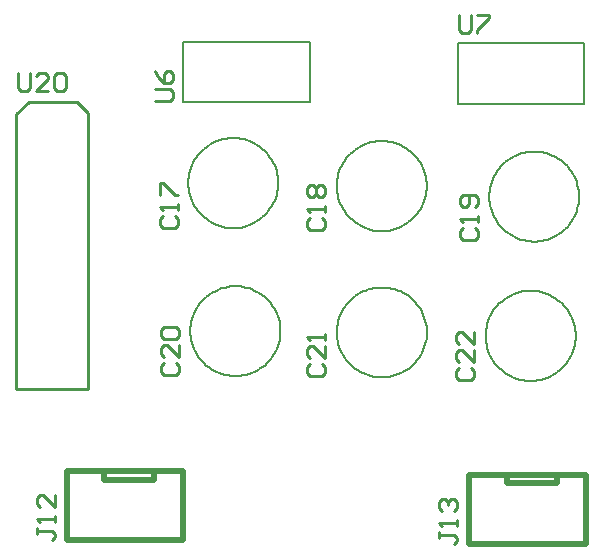
<source format=gto>
%FSTAX23Y23*%
%MOIN*%
%SFA1B1*%

%IPPOS*%
%ADD10C,0.007870*%
%ADD11C,0.010000*%
%ADD12C,0.019680*%
%LNpwrsup-1*%
%LPD*%
G54D10*
X03311Y03364D02*
X03311Y03374D01*
X0331Y03384*
X03308Y03394*
X03306Y03403*
X03303Y03413*
X03299Y03422*
X03295Y03431*
X0329Y0344*
X03285Y03449*
X03279Y03457*
X03272Y03464*
X03265Y03472*
X03258Y03478*
X0325Y03484*
X03242Y0349*
X03233Y03495*
X03224Y035*
X03215Y03504*
X03205Y03507*
X03196Y0351*
X03186Y03512*
X03176Y03513*
X03166Y03514*
X03156*
X03146Y03513*
X03136Y03512*
X03126Y0351*
X03116Y03507*
X03107Y03504*
X03098Y035*
X03089Y03495*
X0308Y0349*
X03072Y03484*
X03064Y03478*
X03057Y03472*
X0305Y03464*
X03043Y03457*
X03037Y03449*
X03032Y0344*
X03027Y03431*
X03023Y03422*
X03019Y03413*
X03016Y03403*
X03014Y03394*
X03012Y03384*
X03011Y03374*
X03011Y03364*
X03011Y03354*
X03012Y03344*
X03014Y03334*
X03016Y03324*
X03019Y03314*
X03023Y03305*
X03027Y03296*
X03032Y03287*
X03037Y03279*
X03043Y03271*
X0305Y03263*
X03057Y03256*
X03064Y03249*
X03072Y03243*
X0308Y03237*
X03089Y03232*
X03098Y03228*
X03107Y03224*
X03116Y0322*
X03126Y03218*
X03136Y03216*
X03146Y03214*
X03156Y03214*
X03166*
X03176Y03214*
X03186Y03216*
X03196Y03218*
X03205Y0322*
X03215Y03224*
X03224Y03228*
X03233Y03232*
X03242Y03237*
X0325Y03243*
X03258Y03249*
X03265Y03256*
X03272Y03263*
X03279Y03271*
X03285Y03279*
X0329Y03287*
X03295Y03296*
X03299Y03305*
X03303Y03314*
X03306Y03324*
X03308Y03334*
X0331Y03344*
X03311Y03354*
X03311Y03364*
X02815Y03375D02*
X02815Y03386D01*
X02814Y03395*
X02812Y03405*
X0281Y03415*
X02807Y03425*
X02803Y03434*
X02799Y03443*
X02794Y03452*
X02789Y0346*
X02783Y03468*
X02776Y03476*
X02769Y03483*
X02762Y0349*
X02754Y03496*
X02746Y03502*
X02737Y03507*
X02728Y03512*
X02719Y03515*
X02709Y03519*
X027Y03521*
X0269Y03523*
X0268Y03525*
X0267Y03525*
X0266*
X0265Y03525*
X0264Y03523*
X0263Y03521*
X0262Y03519*
X02611Y03515*
X02602Y03512*
X02593Y03507*
X02584Y03502*
X02576Y03496*
X02568Y0349*
X02561Y03483*
X02554Y03476*
X02547Y03468*
X02541Y0346*
X02536Y03452*
X02531Y03443*
X02527Y03434*
X02523Y03425*
X0252Y03415*
X02518Y03405*
X02516Y03395*
X02515Y03386*
X02515Y03375*
X02515Y03365*
X02516Y03355*
X02518Y03346*
X0252Y03336*
X02523Y03326*
X02527Y03317*
X02531Y03308*
X02536Y03299*
X02541Y03291*
X02547Y03283*
X02554Y03275*
X02561Y03268*
X02568Y03261*
X02576Y03255*
X02584Y03249*
X02593Y03244*
X02602Y03239*
X02611Y03236*
X0262Y03232*
X0263Y0323*
X0264Y03228*
X0265Y03226*
X0266Y03226*
X0267*
X0268Y03226*
X0269Y03228*
X027Y0323*
X02709Y03232*
X02719Y03236*
X02728Y03239*
X02737Y03244*
X02746Y03249*
X02754Y03255*
X02762Y03261*
X02769Y03268*
X02776Y03275*
X02783Y03283*
X02789Y03291*
X02794Y03299*
X02799Y03308*
X02803Y03317*
X02807Y03326*
X0281Y03336*
X02812Y03346*
X02814Y03355*
X02815Y03365*
X02815Y03375*
X02327Y03379D02*
X02326Y03389D01*
X02325Y03399*
X02324Y03409*
X02321Y03419*
X02318Y03429*
X02315Y03438*
X02311Y03447*
X02306Y03456*
X023Y03464*
X02294Y03472*
X02288Y0348*
X02281Y03487*
X02274Y03494*
X02266Y035*
X02257Y03506*
X02249Y03511*
X0224Y03515*
X02231Y03519*
X02221Y03523*
X02211Y03525*
X02202Y03527*
X02192Y03529*
X02182Y03529*
X02172*
X02162Y03529*
X02152Y03527*
X02142Y03525*
X02132Y03523*
X02123Y03519*
X02114Y03515*
X02105Y03511*
X02096Y03506*
X02088Y035*
X0208Y03494*
X02072Y03487*
X02065Y0348*
X02059Y03472*
X02053Y03464*
X02048Y03456*
X02043Y03447*
X02039Y03438*
X02035Y03429*
X02032Y03419*
X0203Y03409*
X02028Y03399*
X02027Y03389*
X02027Y03379*
X02027Y03369*
X02028Y03359*
X0203Y0335*
X02032Y0334*
X02035Y0333*
X02039Y03321*
X02043Y03312*
X02048Y03303*
X02053Y03295*
X02059Y03286*
X02065Y03279*
X02072Y03272*
X0208Y03265*
X02088Y03259*
X02096Y03253*
X02105Y03248*
X02114Y03243*
X02123Y03239*
X02132Y03236*
X02142Y03234*
X02152Y03232*
X02162Y0323*
X02172Y0323*
X02182*
X02192Y0323*
X02202Y03232*
X02211Y03234*
X02221Y03236*
X02231Y03239*
X0224Y03243*
X02249Y03248*
X02257Y03253*
X02266Y03259*
X02274Y03265*
X02281Y03272*
X02288Y03279*
X02294Y03286*
X023Y03295*
X02306Y03303*
X02311Y03312*
X02315Y03321*
X02318Y0333*
X02321Y0334*
X02324Y0335*
X02325Y03359*
X02326Y03369*
X02327Y03379*
X03323Y03828D02*
X03322Y03838D01*
X03321Y03848*
X0332Y03858*
X03317Y03868*
X03314Y03877*
X03311Y03887*
X03307Y03896*
X03302Y03905*
X03296Y03913*
X0329Y03921*
X03284Y03929*
X03277Y03936*
X0327Y03943*
X03262Y03949*
X03253Y03955*
X03245Y0396*
X03236Y03964*
X03227Y03968*
X03217Y03972*
X03208Y03974*
X03198Y03976*
X03188Y03977*
X03178Y03978*
X03168*
X03158Y03977*
X03148Y03976*
X03138Y03974*
X03128Y03972*
X03119Y03968*
X0311Y03964*
X03101Y0396*
X03092Y03955*
X03084Y03949*
X03076Y03943*
X03068Y03936*
X03061Y03929*
X03055Y03921*
X03049Y03913*
X03044Y03905*
X03039Y03896*
X03035Y03887*
X03031Y03877*
X03028Y03868*
X03026Y03858*
X03024Y03848*
X03023Y03838*
X03023Y03828*
X03023Y03818*
X03024Y03808*
X03026Y03798*
X03028Y03789*
X03031Y03779*
X03035Y0377*
X03039Y03761*
X03044Y03752*
X03049Y03743*
X03055Y03735*
X03061Y03728*
X03068Y0372*
X03076Y03714*
X03084Y03707*
X03092Y03702*
X03101Y03697*
X0311Y03692*
X03119Y03688*
X03128Y03685*
X03138Y03682*
X03148Y0368*
X03158Y03679*
X03168Y03678*
X03178*
X03188Y03679*
X03198Y0368*
X03208Y03682*
X03217Y03685*
X03227Y03688*
X03236Y03692*
X03245Y03697*
X03253Y03702*
X03262Y03707*
X0327Y03714*
X03277Y0372*
X03284Y03728*
X0329Y03735*
X03296Y03743*
X03302Y03752*
X03307Y03761*
X03311Y0377*
X03314Y03779*
X03317Y03789*
X0332Y03798*
X03321Y03808*
X03322Y03818*
X03323Y03828*
X02815Y03863D02*
X02814Y03873D01*
X02813Y03883*
X02811Y03893*
X02809Y03903*
X02806Y03913*
X02803Y03922*
X02798Y03931*
X02794Y0394*
X02788Y03948*
X02782Y03956*
X02776Y03964*
X02769Y03971*
X02761Y03978*
X02753Y03984*
X02745Y0399*
X02737Y03995*
X02728Y03999*
X02718Y04003*
X02709Y04007*
X02699Y04009*
X02689Y04011*
X0268Y04013*
X0267Y04013*
X02659*
X02649Y04013*
X0264Y04011*
X0263Y04009*
X0262Y04007*
X02611Y04003*
X02601Y03999*
X02592Y03995*
X02584Y0399*
X02576Y03984*
X02568Y03978*
X0256Y03971*
X02553Y03964*
X02547Y03956*
X02541Y03948*
X02535Y0394*
X02531Y03931*
X02526Y03922*
X02523Y03913*
X0252Y03903*
X02518Y03893*
X02516Y03883*
X02515Y03873*
X02515Y03863*
X02515Y03853*
X02516Y03843*
X02518Y03834*
X0252Y03824*
X02523Y03814*
X02526Y03805*
X02531Y03796*
X02535Y03787*
X02541Y03779*
X02547Y0377*
X02553Y03763*
X0256Y03756*
X02568Y03749*
X02576Y03743*
X02584Y03737*
X02592Y03732*
X02601Y03727*
X02611Y03723*
X0262Y0372*
X0263Y03717*
X0264Y03715*
X02649Y03714*
X02659Y03713*
X0267*
X0268Y03714*
X02689Y03715*
X02699Y03717*
X02709Y0372*
X02718Y03723*
X02728Y03727*
X02737Y03732*
X02745Y03737*
X02753Y03743*
X02761Y03749*
X02769Y03756*
X02776Y03763*
X02782Y0377*
X02788Y03779*
X02794Y03787*
X02798Y03796*
X02803Y03805*
X02806Y03814*
X02809Y03824*
X02811Y03834*
X02813Y03843*
X02814Y03853*
X02815Y03863*
X0232Y03873D02*
X02319Y03883D01*
X02318Y03893*
X02316Y03903*
X02314Y03913*
X02311Y03923*
X02308Y03932*
X02303Y03941*
X02299Y0395*
X02293Y03958*
X02287Y03966*
X02281Y03974*
X02274Y03981*
X02266Y03988*
X02258Y03994*
X0225Y04*
X02242Y04005*
X02233Y04009*
X02223Y04013*
X02214Y04017*
X02204Y04019*
X02194Y04021*
X02185Y04023*
X02175Y04023*
X02164*
X02154Y04023*
X02145Y04021*
X02135Y04019*
X02125Y04017*
X02116Y04013*
X02106Y04009*
X02097Y04005*
X02089Y04*
X02081Y03994*
X02073Y03988*
X02065Y03981*
X02058Y03974*
X02052Y03966*
X02046Y03958*
X0204Y0395*
X02036Y03941*
X02031Y03932*
X02028Y03923*
X02025Y03913*
X02023Y03903*
X02021Y03893*
X0202Y03883*
X0202Y03873*
X0202Y03863*
X02021Y03853*
X02023Y03844*
X02025Y03834*
X02028Y03824*
X02031Y03815*
X02036Y03806*
X0204Y03797*
X02046Y03789*
X02052Y0378*
X02058Y03773*
X02065Y03766*
X02073Y03759*
X02081Y03753*
X02089Y03747*
X02097Y03742*
X02106Y03737*
X02116Y03733*
X02125Y0373*
X02135Y03727*
X02145Y03725*
X02154Y03724*
X02164Y03723*
X02175*
X02185Y03724*
X02194Y03725*
X02204Y03727*
X02214Y0373*
X02223Y03733*
X02233Y03737*
X02242Y03742*
X0225Y03747*
X02258Y03753*
X02266Y03759*
X02274Y03766*
X02281Y03773*
X02287Y0378*
X02293Y03789*
X02299Y03797*
X02303Y03806*
X02308Y03815*
X02311Y03824*
X02314Y03834*
X02316Y03844*
X02318Y03853*
X02319Y03863*
X0232Y03873*
X02918Y04138D02*
X03338D01*
Y0434*
X02918D02*
X03338D01*
X02918Y04138D02*
Y0434D01*
X02003Y04142D02*
X02424D01*
Y04344*
X02003D02*
X02424D01*
X02003Y04142D02*
Y04344D01*
G54D11*
X01687Y03186D02*
Y04107D01*
X01648Y04145D02*
X01687Y04107D01*
X01488Y04145D02*
X01648D01*
X01445Y03186D02*
Y04103D01*
X01488Y04145*
X01445Y03186D02*
X01687D01*
X01451Y0424D02*
Y0419D01*
X01461Y0418*
X01481*
X01491Y0419*
Y0424*
X01551Y0418D02*
X01511D01*
X01551Y0422*
Y0423*
X01541Y0424*
X01521*
X01511Y0423*
X01571D02*
X01581Y0424D01*
X01601*
X01611Y0423*
Y0419*
X01601Y0418*
X01581*
X01571Y0419*
Y0423*
X02923Y04433D02*
Y04384D01*
X02933Y04374*
X02952*
X02962Y04384*
Y04433*
X02982D02*
X03022D01*
Y04423*
X02982Y04384*
Y04374*
X01908Y04148D02*
X01958D01*
X01968Y04158*
Y04178*
X01958Y04188*
X01908*
Y04248D02*
X01918Y04228D01*
X01938Y04208*
X01958*
X01968Y04218*
Y04238*
X01958Y04248*
X01948*
X01938Y04238*
Y04208*
X02856Y0271D02*
Y0269D01*
Y027*
X02906*
X02916Y0269*
Y0268*
X02906Y0267*
X02916Y0273D02*
Y0275D01*
Y0274*
X02856*
X02866Y0273*
Y0278D02*
X02856Y0279D01*
Y0281*
X02866Y0282*
X02876*
X02886Y0281*
Y028*
Y0281*
X02896Y0282*
X02906*
X02916Y0281*
Y0279*
X02906Y0278*
X01514Y02722D02*
Y02702D01*
Y02712*
X01564*
X01574Y02702*
Y02692*
X01564Y02682*
X01574Y02742D02*
Y02762D01*
Y02752*
X01514*
X01524Y02742*
X01574Y02832D02*
Y02792D01*
X01534Y02832*
X01524*
X01514Y02822*
Y02802*
X01524Y02792*
X02923Y03258D02*
X02913Y03248D01*
Y03228*
X02923Y03218*
X02963*
X02973Y03228*
Y03248*
X02963Y03258*
X02973Y03318D02*
Y03278D01*
X02933Y03318*
X02923*
X02913Y03308*
Y03288*
X02923Y03278*
X02973Y03378D02*
Y03338D01*
X02933Y03378*
X02923*
X02913Y03368*
Y03348*
X02923Y03338*
X02427Y0327D02*
X02417Y0326D01*
Y0324*
X02427Y0323*
X02467*
X02477Y0324*
Y0326*
X02467Y0327*
X02477Y0333D02*
Y0329D01*
X02437Y0333*
X02427*
X02417Y0332*
Y033*
X02427Y0329*
X02477Y0335D02*
Y0337D01*
Y0336*
X02417*
X02427Y0335*
X01939Y03274D02*
X01929Y03264D01*
Y03244*
X01939Y03234*
X01979*
X01989Y03244*
Y03264*
X01979Y03274*
X01989Y03334D02*
Y03294D01*
X01949Y03334*
X01939*
X01929Y03324*
Y03304*
X01939Y03294*
Y03354D02*
X01929Y03364D01*
Y03384*
X01939Y03394*
X01979*
X01989Y03384*
Y03364*
X01979Y03354*
X01939*
X02935Y03723D02*
X02925Y03713D01*
Y03693*
X02935Y03683*
X02975*
X02985Y03693*
Y03713*
X02975Y03723*
X02985Y03743D02*
Y03763D01*
Y03753*
X02925*
X02935Y03743*
X02975Y03793D02*
X02985Y03803D01*
Y03823*
X02975Y03833*
X02935*
X02925Y03823*
Y03803*
X02935Y03793*
X02945*
X02955Y03803*
Y03833*
X02427Y03758D02*
X02417Y03748D01*
Y03728*
X02427Y03718*
X02467*
X02477Y03728*
Y03748*
X02467Y03758*
X02477Y03778D02*
Y03798D01*
Y03788*
X02417*
X02427Y03778*
Y03828D02*
X02417Y03838D01*
Y03858*
X02427Y03868*
X02437*
X02447Y03858*
X02457Y03868*
X02467*
X02477Y03858*
Y03838*
X02467Y03828*
X02457*
X02447Y03838*
X02437Y03828*
X02427*
X02447Y03838D02*
Y03858D01*
X01935Y03762D02*
X01925Y03752D01*
Y03732*
X01935Y03722*
X01975*
X01985Y03732*
Y03752*
X01975Y03762*
X01985Y03782D02*
Y03802D01*
Y03792*
X01925*
X01935Y03782*
X01925Y03832D02*
Y03872D01*
X01935*
X01975Y03832*
X01985*
G54D12*
X03245Y02897D02*
X03249D01*
Y02872D02*
Y02897D01*
X03081Y02872D02*
X03249D01*
X03081D02*
Y02899D01*
X02956Y02673D02*
Y029D01*
X03346*
Y02671D02*
Y029D01*
X02956Y02671D02*
X03346D01*
X02956D02*
Y02673D01*
X01614Y02683D02*
Y02685D01*
Y02683D02*
X02003D01*
Y02912*
X01614D02*
X02003D01*
X01614Y02685D02*
Y02912D01*
X01739Y02883D02*
Y02911D01*
Y02883D02*
X01906D01*
Y02909*
X01902D02*
X01906D01*
M02*
</source>
